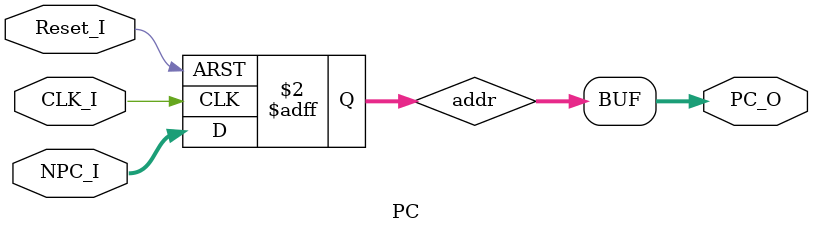
<source format=v>




module PC(CLK_I,Reset_I,NPC_I,PC_O);
  input CLK_I;
  input Reset_I;
  input [31:2]NPC_I;
  output [31:2]PC_O;
  
  reg [31:2]addr;
  
  assign PC_O=addr;
  
  always@ (posedge CLK_I or posedge Reset_I)
  begin
    if(Reset_I)
      addr<=30'h0;
    else
      addr<=NPC_I;
  end
endmodule

</source>
